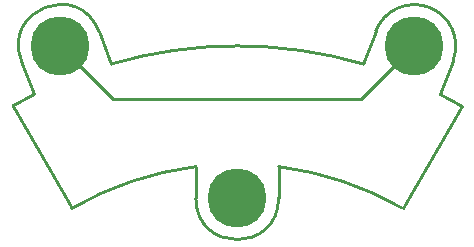
<source format=gtl>
G04*
G04 #@! TF.GenerationSoftware,Altium Limited,Altium Designer,20.1.14 (287)*
G04*
G04 Layer_Physical_Order=1*
G04 Layer_Color=255*
%FSLAX25Y25*%
%MOIN*%
G70*
G04*
G04 #@! TF.SameCoordinates,B62082B7-7803-40E3-A643-20833E8BDE13*
G04*
G04*
G04 #@! TF.FilePolarity,Positive*
G04*
G01*
G75*
%ADD10C,0.01000*%
%ADD12C,0.19685*%
D10*
X23622Y131890D02*
X41339D01*
X59055Y149606D01*
X-41339Y131890D02*
X23622D01*
X-59055Y149606D02*
X-41339Y131890D01*
X55031Y95518D02*
G03*
X13819Y109367I-55031J-95518D01*
G01*
X74803Y129563D02*
G03*
X67611Y133457I-74803J-129563D01*
G01*
X-67611D02*
G03*
X-74803Y129563I67611J-133457D01*
G01*
X71919Y144668D02*
G03*
X46191Y154544I-12864J4938D01*
G01*
X-46191D02*
G03*
X-71919Y144668I-12864J-4938D01*
G01*
X-13780Y98819D02*
G03*
X13780Y98819I13780J0D01*
G01*
X-13780Y109372D02*
G03*
X-55118Y95467I13780J-109372D01*
G01*
X41999Y143590D02*
G03*
X-41988Y143593I-41999J-143590D01*
G01*
X67631Y133497D02*
X71919Y144668D01*
X42041Y143734D02*
X46191Y154544D01*
X-46191D02*
X-41990Y143602D01*
X-71919Y144668D02*
X-67631Y133497D01*
X13780Y98819D02*
Y109449D01*
X-13780Y98819D02*
Y109372D01*
X55118Y95467D02*
X74803Y129563D01*
X-74803D02*
X-55118Y95467D01*
D12*
X59055Y149606D02*
D03*
X-59055D02*
D03*
X0Y98819D02*
D03*
M02*

</source>
